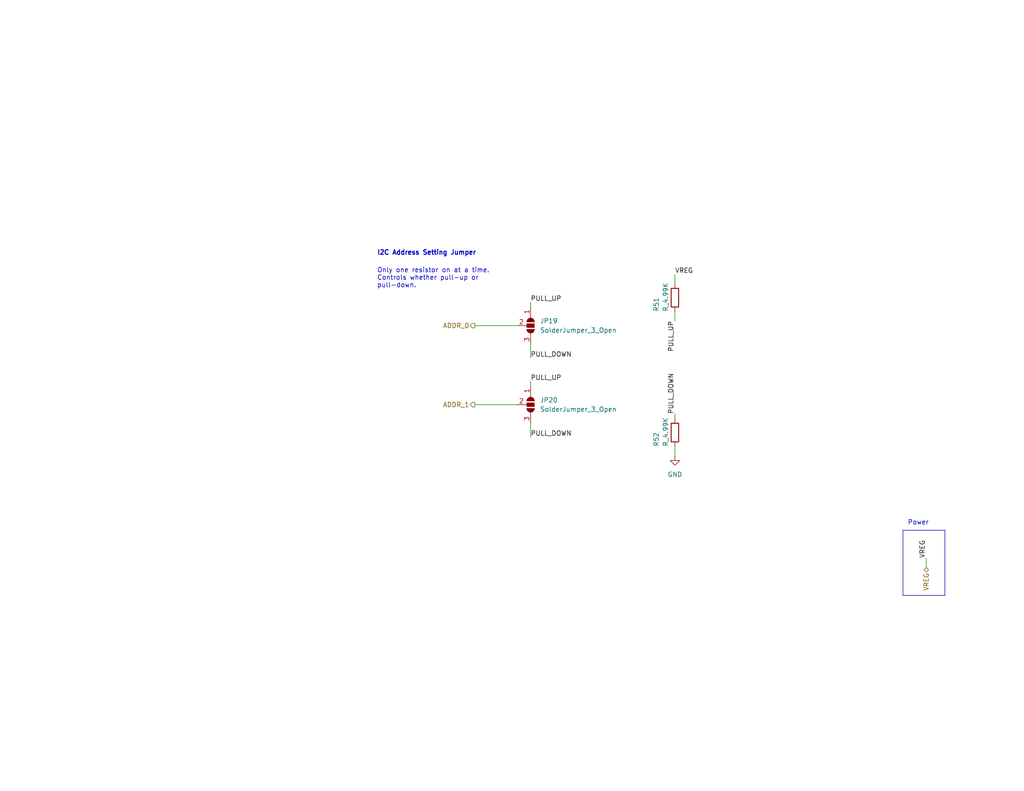
<source format=kicad_sch>
(kicad_sch (version 20231120) (generator "eeschema") (generator_version "8.0")
  (paper "A")
  (title_block (title "MkVI BMS Cell Supervisory Circuit") (date "2022-12-04") (rev "0") (company "Olin Electric Motorsports"))
  (lib_symbols
    (symbol "Jumper:SolderJumper_3_Open" (pin_names (offset 0) hide)
      (property "Reference" "JP" (at -2.54 -2.54 0))
      (property "Value" "SolderJumper_3_Open" (at 0 2.794 0))
      (symbol "SolderJumper_3_Open_0_1"
        (arc (start -1.016 1.016) (mid -2.0276 0) (end -1.016 -1.016))
        (arc (start -1.016 1.016) (mid -2.0276 0) (end -1.016 -1.016) (fill (type outline)))
        (rectangle (start -0.508 1.016) (end 0.508 -1.016) (fill (type outline)))
        (polyline (pts (xy -2.54 0) (xy -2.032 0)))
        (polyline (pts (xy -1.016 1.016) (xy -1.016 -1.016)))
        (polyline (pts (xy 0 -1.27) (xy 0 -1.016)))
        (polyline (pts (xy 1.016 1.016) (xy 1.016 -1.016)))
        (polyline (pts (xy 2.54 0) (xy 2.032 0)))
        (arc (start 1.016 -1.016) (mid 2.0276 0) (end 1.016 1.016))
        (arc (start 1.016 -1.016) (mid 2.0276 0) (end 1.016 1.016) (fill (type outline)))
      )
      (symbol "SolderJumper_3_Open_1_1"
        (pin passive line (at -5.08 0 0) (length 2.54) (name "A") (number "1"))
        (pin passive line (at 0 -3.81 90) (length 2.54) (name "C") (number "2"))
        (pin passive line (at 5.08 0 180) (length 2.54) (name "B") (number "3"))
      )
    )
    (symbol "OEM:4K99R" (pin_numbers hide) (pin_names (offset 0))
      (property "Reference" "R" (at 2.032 0 90))
      (property "Value" "4K99R" (at 0 0 90))
      (symbol "4K99R_0_1"
        (rectangle (start -1.016 -2.54) (end 1.016 2.54) (stroke (width 0.254)))
      )
      (symbol "4K99R_1_1"
        (pin passive line (at 0 3.81 270) (length 1.27) (name "~") (number "1"))
        (pin passive line (at 0 -3.81 90) (length 1.27) (name "~") (number "2"))
      )
    )
    (symbol "power:GND" (power) (pin_names (offset 0))
      (property "Value" "GND" (at 0 -3.81 0))
      (symbol "GND_0_1"
        (polyline (pts (xy 0 0) (xy 0 -1.27) (xy 1.27 -1.27) (xy 0 -2.54) (xy -1.27 -1.27) (xy 0 -1.27)))
      )
      (symbol "GND_1_1"
        (pin power_in line (at 0 0 270) (length 0) hide (name "GND") (number "1"))
      )
    )
  )
  (wire (pts (xy 144.78 104.14) (xy 144.78 105.41)))
  (wire (pts (xy 144.78 97.79) (xy 144.78 93.98)))
  (wire (pts (xy 144.78 119.38) (xy 144.78 115.57)))
  (polyline (pts (xy 257.81 144.78) (xy 257.81 162.56)))
  (wire (pts (xy 252.73 154.94) (xy 252.73 152.4)))
  (wire (pts (xy 144.78 82.55) (xy 144.78 83.82)))
  (polyline (pts (xy 246.38 144.78) (xy 257.81 144.78)))
  (wire (pts (xy 184.15 121.92) (xy 184.15 124.46)))
  (wire (pts (xy 129.54 110.49) (xy 140.97 110.49)))
  (wire (pts (xy 184.15 85.09) (xy 184.15 87.63)))
  (polyline (pts (xy 257.81 162.56) (xy 246.38 162.56)))
  (wire (pts (xy 184.15 113.03) (xy 184.15 114.3)))
  (polyline (pts (xy 246.38 144.78) (xy 246.38 162.56)))
  (wire (pts (xy 184.15 74.93) (xy 184.15 77.47)))
  (wire (pts (xy 129.54 88.9) (xy 140.97 88.9)))
  (text "Power" (at 247.65 143.51 0) (effects (font (size 1.27 1.27)) (justify left bottom)))
  (text "Only one resistor on at a time.\nControls whether pull-up or\npull-down." (at 102.87 78.74 0) (effects (font (size 1.27 1.27)) (justify left bottom)))
  (text "I2C Address Setting Jumper" (at 102.87 69.85 0) (effects (font (size 1.27 1.27) (thickness 0.254) (bold yes)) (justify left bottom)))
  (label "PULL_DOWN" (at 144.78 119.38 0))
  (label "PULL_UP" (at 184.15 87.63 270))
  (label "PULL_UP" (at 144.78 82.55 0))
  (label "PULL_DOWN" (at 184.15 113.03 90))
  (label "VREG" (at 184.15 74.93 0))
  (label "PULL_DOWN" (at 144.78 97.79 0))
  (label "PULL_UP" (at 144.78 104.14 0))
  (label "VREG" (at 252.73 152.4 90))
  (hierarchical_label "VREG" (shape bidirectional) (at 252.73 154.94 270))
  (hierarchical_label "ADDR_0" (shape output) (at 129.54 88.9 180))
  (hierarchical_label "ADDR_1" (shape output) (at 129.54 110.49 180))
  (symbol (lib_id "power:GND") (at 184.15 124.46 0) (unit 1)
    (property "Reference" "#PWR?" (effects (hide yes)))
    (property "Value" "GND" (at 184.15 129.54 0))
  )
  (symbol (lib_id "Jumper:SolderJumper_3_Open") (at 144.78 88.9 270) (unit 1) (in_bom no)
    (property "Reference" "JP19" (at 147.32 87.6299 90) (effects (justify left)))
    (property "Value" "SolderJumper_3_Open" (at 147.32 90.1699 90) (effects (justify left)))
    (property "Footprint" "Jumper:SolderJumper-3_P2.0mm_Open_TrianglePad1.0x1.5mm" (effects (hide yes)))
  )
  (symbol (lib_id "OEM:4K99R") (at 184.15 81.28 0) (unit 1)
    (property "Reference" "R51" (at 179.07 85.09 90) (effects (justify left)))
    (property "Value" "R_4.99K" (at 181.61 85.09 90) (effects (justify left)))
    (property "Footprint" "OEM:R_0603" (effects (hide yes)))
    (property "Datasheet" "https://www.seielect.com/Catalog/SEI-RMCF_RMCP.pdf" (effects (hide yes)))
    (property "MPN" "RMCF0603FT4K99" (effects (hide yes)))
    (property "MFN" "Stackpole Electronics" (effects (hide yes)))
    (property "DKPN" "RMCF0603FT4K99DKR-ND" (effects (hide yes)))
    (property "NewDesigns" "YES" (effects (hide yes)))
    (property "Stocked" "Digi-Reel" (effects (hide yes)))
    (property "Package" "0603" (effects (hide yes)))
    (property "Style" "SMD" (effects (hide yes)))
  )
  (symbol (lib_id "Jumper:SolderJumper_3_Open") (at 144.78 110.49 270) (unit 1) (in_bom no)
    (property "Reference" "JP20" (at 147.32 109.2199 90) (effects (justify left)))
    (property "Value" "SolderJumper_3_Open" (at 147.32 111.7599 90) (effects (justify left)))
    (property "Footprint" "Jumper:SolderJumper-3_P2.0mm_Open_TrianglePad1.0x1.5mm" (effects (hide yes)))
  )
  (symbol (lib_id "OEM:4K99R") (at 184.15 118.11 0) (unit 1)
    (property "Reference" "R52" (at 179.07 121.92 90) (effects (justify left)))
    (property "Value" "R_4.99K" (at 181.61 121.92 90) (effects (justify left)))
    (property "Footprint" "OEM:R_0603" (effects (hide yes)))
    (property "Datasheet" "https://www.seielect.com/Catalog/SEI-RMCF_RMCP.pdf" (effects (hide yes)))
    (property "MPN" "RMCF0603FT4K99" (effects (hide yes)))
    (property "MFN" "Stackpole Electronics" (effects (hide yes)))
    (property "DKPN" "RMCF0603FT4K99DKR-ND" (effects (hide yes)))
    (property "NewDesigns" "YES" (effects (hide yes)))
    (property "Stocked" "Digi-Reel" (effects (hide yes)))
    (property "Package" "0603" (effects (hide yes)))
    (property "Style" "SMD" (effects (hide yes)))
  )
)
</source>
